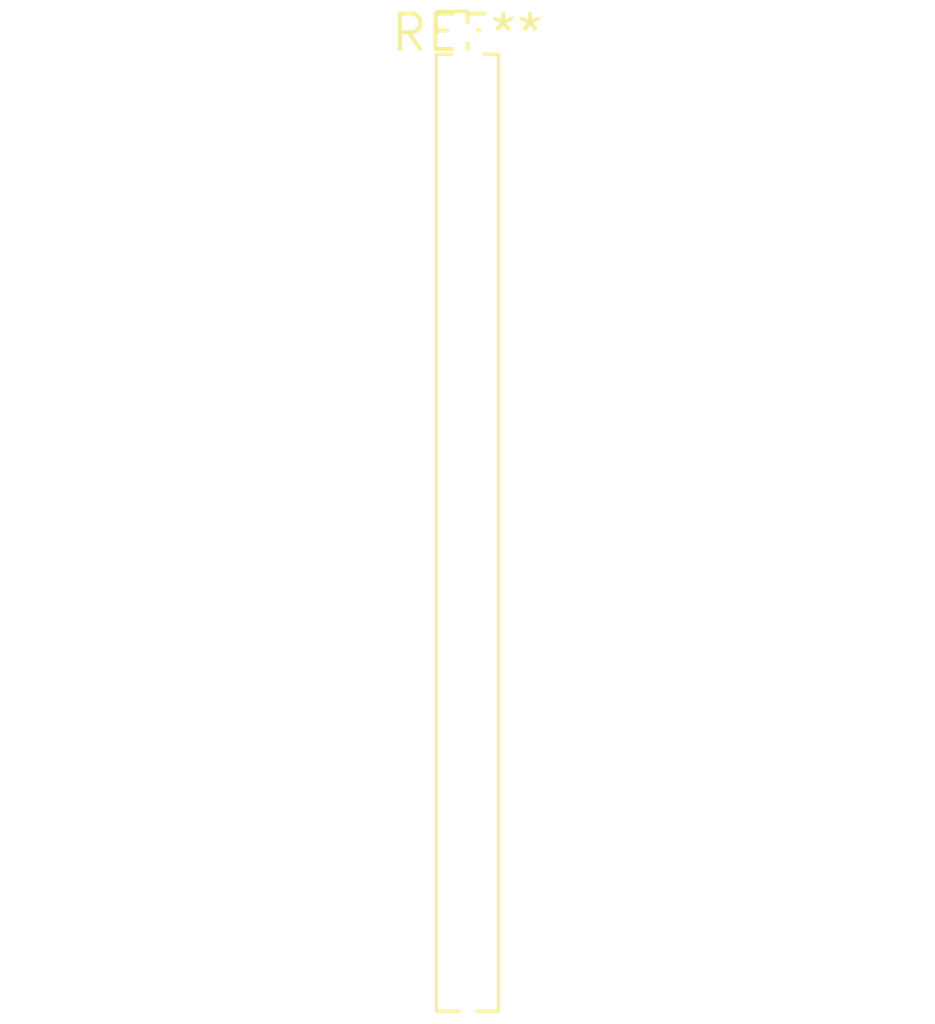
<source format=kicad_pcb>
(kicad_pcb (version 20240108) (generator pcbnew)
  (layers (0 "F.Cu" signal) (31 "B.Cu" signal) (34 "B.Paste" user) (35 "F.Paste" user) (36 "B.SilkS" user "B.Silkscreen") (37 "F.SilkS" user "F.Silkscreen") (38 "B.Mask" user) (39 "F.Mask" user) (44 "Edge.Cuts" user))
  (net 0 "")
  (footprint "PinHeader_1x28_P1.27mm_Vertical" (layer "F.Cu") (at 0 0)
    (property "Reference" "REF**")
    (property "Value" "PinHeader_1x28_P1.27mm_Vertical")
    (fp_line (start -1.11 -0.76) (end 0 -0.76) (layer "F.SilkS") (stroke (width 0.12)))
    (fp_line (start -1.11 0) (end -1.11 -0.76) (layer "F.SilkS") (stroke (width 0.12)))
    (fp_line (start -1.11 0.76) (end -1.11 34.985) (layer "F.SilkS") (stroke (width 0.12)))
    (fp_line (start -1.11 0.76) (end -0.563471 0.76) (layer "F.SilkS") (stroke (width 0.12)))
    (fp_line (start -1.11 34.985) (end -0.30753 34.985) (layer "F.SilkS") (stroke (width 0.12)))
    (fp_line (start 0.30753 34.985) (end 1.11 34.985) (layer "F.SilkS") (stroke (width 0.12)))
    (fp_line (start 0.563471 0.76) (end 1.11 0.76) (layer "F.SilkS") (stroke (width 0.12)))
    (fp_line (start 1.11 0.76) (end 1.11 34.985) (layer "F.SilkS") (stroke (width 0.12)))
    (pad "1" thru_hole rect (at 0 0) (size 1 1) (drill 0.65) (layers *.Cu *.Mask) (remove_unused_layers))
    (pad "2" thru_hole oval (at 0 1.27) (size 1 1) (drill 0.65) (layers *.Cu *.Mask) (remove_unused_layers))
    (pad "3" thru_hole oval (at 0 2.54) (size 1 1) (drill 0.65) (layers *.Cu *.Mask) (remove_unused_layers))
    (pad "4" thru_hole oval (at 0 3.81) (size 1 1) (drill 0.65) (layers *.Cu *.Mask) (remove_unused_layers))
    (pad "5" thru_hole oval (at 0 5.08) (size 1 1) (drill 0.65) (layers *.Cu *.Mask) (remove_unused_layers))
    (pad "6" thru_hole oval (at 0 6.35) (size 1 1) (drill 0.65) (layers *.Cu *.Mask) (remove_unused_layers))
    (pad "7" thru_hole oval (at 0 7.62) (size 1 1) (drill 0.65) (layers *.Cu *.Mask) (remove_unused_layers))
    (pad "8" thru_hole oval (at 0 8.89) (size 1 1) (drill 0.65) (layers *.Cu *.Mask) (remove_unused_layers))
    (pad "9" thru_hole oval (at 0 10.16) (size 1 1) (drill 0.65) (layers *.Cu *.Mask) (remove_unused_layers))
    (pad "10" thru_hole oval (at 0 11.43) (size 1 1) (drill 0.65) (layers *.Cu *.Mask) (remove_unused_layers))
    (pad "11" thru_hole oval (at 0 12.7) (size 1 1) (drill 0.65) (layers *.Cu *.Mask) (remove_unused_layers))
    (pad "12" thru_hole oval (at 0 13.97) (size 1 1) (drill 0.65) (layers *.Cu *.Mask) (remove_unused_layers))
    (pad "13" thru_hole oval (at 0 15.24) (size 1 1) (drill 0.65) (layers *.Cu *.Mask) (remove_unused_layers))
    (pad "14" thru_hole oval (at 0 16.51) (size 1 1) (drill 0.65) (layers *.Cu *.Mask) (remove_unused_layers))
    (pad "15" thru_hole oval (at 0 17.78) (size 1 1) (drill 0.65) (layers *.Cu *.Mask) (remove_unused_layers))
    (pad "16" thru_hole oval (at 0 19.05) (size 1 1) (drill 0.65) (layers *.Cu *.Mask) (remove_unused_layers))
    (pad "17" thru_hole oval (at 0 20.32) (size 1 1) (drill 0.65) (layers *.Cu *.Mask) (remove_unused_layers))
    (pad "18" thru_hole oval (at 0 21.59) (size 1 1) (drill 0.65) (layers *.Cu *.Mask) (remove_unused_layers))
    (pad "19" thru_hole oval (at 0 22.86) (size 1 1) (drill 0.65) (layers *.Cu *.Mask) (remove_unused_layers))
    (pad "20" thru_hole oval (at 0 24.13) (size 1 1) (drill 0.65) (layers *.Cu *.Mask) (remove_unused_layers))
    (pad "21" thru_hole oval (at 0 25.4) (size 1 1) (drill 0.65) (layers *.Cu *.Mask) (remove_unused_layers))
    (pad "22" thru_hole oval (at 0 26.67) (size 1 1) (drill 0.65) (layers *.Cu *.Mask) (remove_unused_layers))
    (pad "23" thru_hole oval (at 0 27.94) (size 1 1) (drill 0.65) (layers *.Cu *.Mask) (remove_unused_layers))
    (pad "24" thru_hole oval (at 0 29.21) (size 1 1) (drill 0.65) (layers *.Cu *.Mask) (remove_unused_layers))
    (pad "25" thru_hole oval (at 0 30.48) (size 1 1) (drill 0.65) (layers *.Cu *.Mask) (remove_unused_layers))
    (pad "26" thru_hole oval (at 0 31.75) (size 1 1) (drill 0.65) (layers *.Cu *.Mask) (remove_unused_layers))
    (pad "27" thru_hole oval (at 0 33.02) (size 1 1) (drill 0.65) (layers *.Cu *.Mask) (remove_unused_layers))
    (pad "28" thru_hole oval (at 0 34.29) (size 1 1) (drill 0.65) (layers *.Cu *.Mask) (remove_unused_layers))
  )
)
</source>
